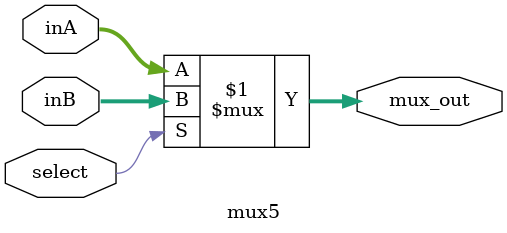
<source format=v>
module mux5(select,inA,inB,mux_out);
    input wire select;
    input wire [4:0] inA, inB;
    output wire [4:0] mux_out;

    assign  mux_out = (select) ? inB : inA;

endmodule
</source>
